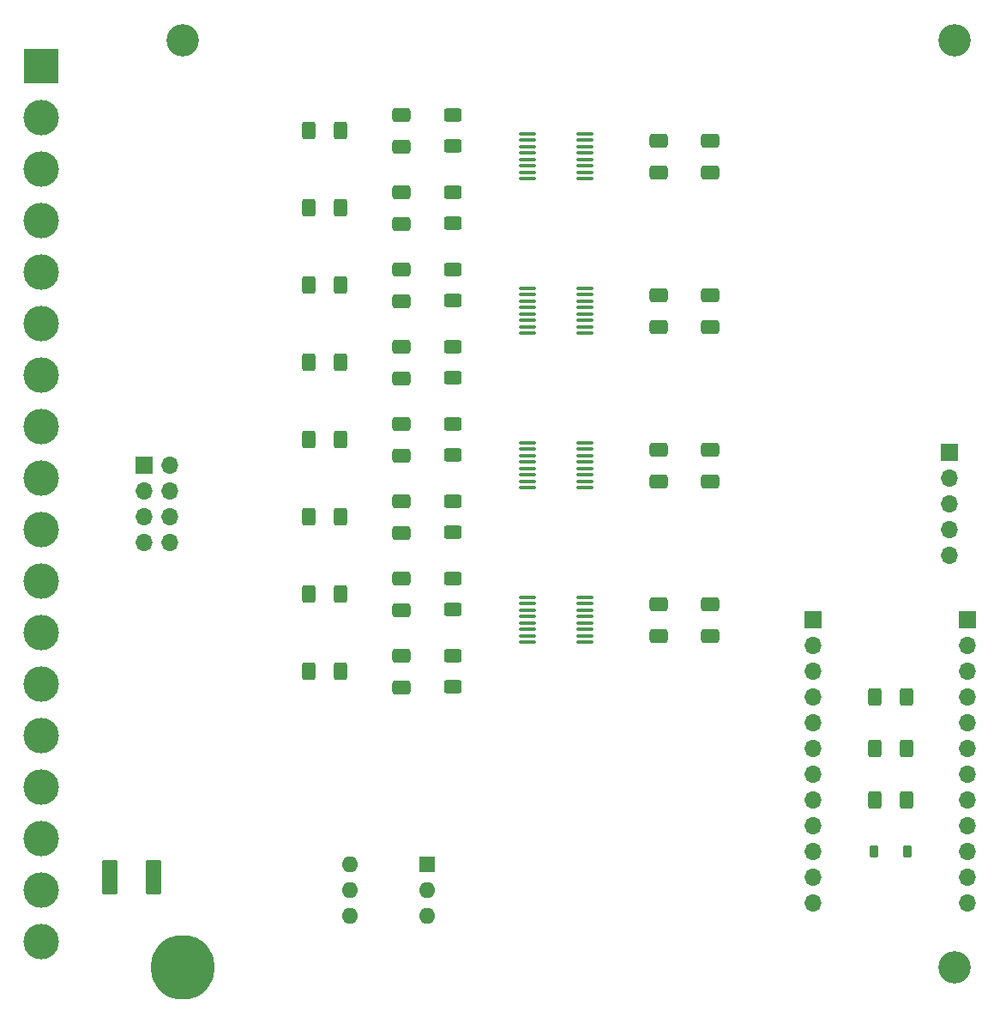
<source format=gbr>
%TF.GenerationSoftware,KiCad,Pcbnew,8.0.4-8.0.4-0~ubuntu22.04.1*%
%TF.CreationDate,2024-08-03T22:10:31+03:00*%
%TF.ProjectId,PM-DI16-DC24sink,504d2d44-4931-4362-9d44-43323473696e,rev?*%
%TF.SameCoordinates,Original*%
%TF.FileFunction,Soldermask,Bot*%
%TF.FilePolarity,Negative*%
%FSLAX46Y46*%
G04 Gerber Fmt 4.6, Leading zero omitted, Abs format (unit mm)*
G04 Created by KiCad (PCBNEW 8.0.4-8.0.4-0~ubuntu22.04.1) date 2024-08-03 22:10:31*
%MOMM*%
%LPD*%
G01*
G04 APERTURE LIST*
G04 Aperture macros list*
%AMRoundRect*
0 Rectangle with rounded corners*
0 $1 Rounding radius*
0 $2 $3 $4 $5 $6 $7 $8 $9 X,Y pos of 4 corners*
0 Add a 4 corners polygon primitive as box body*
4,1,4,$2,$3,$4,$5,$6,$7,$8,$9,$2,$3,0*
0 Add four circle primitives for the rounded corners*
1,1,$1+$1,$2,$3*
1,1,$1+$1,$4,$5*
1,1,$1+$1,$6,$7*
1,1,$1+$1,$8,$9*
0 Add four rect primitives between the rounded corners*
20,1,$1+$1,$2,$3,$4,$5,0*
20,1,$1+$1,$4,$5,$6,$7,0*
20,1,$1+$1,$6,$7,$8,$9,0*
20,1,$1+$1,$8,$9,$2,$3,0*%
G04 Aperture macros list end*
%ADD10R,1.600000X1.600000*%
%ADD11O,1.600000X1.600000*%
%ADD12R,1.700000X1.700000*%
%ADD13O,1.700000X1.700000*%
%ADD14O,6.350000X6.350000*%
%ADD15R,3.500000X3.500000*%
%ADD16C,3.500000*%
%ADD17C,3.200000*%
%ADD18RoundRect,0.250000X0.650000X-0.412500X0.650000X0.412500X-0.650000X0.412500X-0.650000X-0.412500X0*%
%ADD19O,1.649999X0.399999*%
%ADD20RoundRect,0.250000X-0.650000X0.412500X-0.650000X-0.412500X0.650000X-0.412500X0.650000X0.412500X0*%
%ADD21RoundRect,0.250000X-0.625000X0.400000X-0.625000X-0.400000X0.625000X-0.400000X0.625000X0.400000X0*%
%ADD22RoundRect,0.250000X-0.400000X-0.625000X0.400000X-0.625000X0.400000X0.625000X-0.400000X0.625000X0*%
%ADD23RoundRect,0.250000X0.537500X1.450000X-0.537500X1.450000X-0.537500X-1.450000X0.537500X-1.450000X0*%
%ADD24RoundRect,0.250000X0.400000X0.625000X-0.400000X0.625000X-0.400000X-0.625000X0.400000X-0.625000X0*%
%ADD25RoundRect,0.225000X0.225000X0.375000X-0.225000X0.375000X-0.225000X-0.375000X0.225000X-0.375000X0*%
G04 APERTURE END LIST*
D10*
%TO.C,SW1*%
X68580000Y-135890000D03*
D11*
X68580000Y-138430000D03*
X68580000Y-140970000D03*
X60960000Y-140970000D03*
X60960000Y-138430000D03*
X60960000Y-135890000D03*
%TD*%
D12*
%TO.C,J6*%
X40640000Y-96520000D03*
D13*
X43180000Y-96520000D03*
X40640000Y-99060000D03*
X43180000Y-99060000D03*
X40640000Y-101600000D03*
X43180000Y-101600000D03*
X40640000Y-104140000D03*
X43180000Y-104140000D03*
%TD*%
D14*
%TO.C,D2*%
X44450000Y-146050000D03*
%TD*%
D15*
%TO.C,J2*%
X30480000Y-57150000D03*
D16*
X30480000Y-62230000D03*
X30480000Y-67310000D03*
X30480000Y-72390000D03*
X30480000Y-77470000D03*
X30480000Y-82550000D03*
X30480000Y-87630000D03*
X30480000Y-92710000D03*
X30480000Y-97790000D03*
X30480000Y-102870000D03*
X30480000Y-107950000D03*
X30480000Y-113030000D03*
X30480000Y-118110000D03*
X30480000Y-123190000D03*
X30480000Y-128270000D03*
X30480000Y-133350000D03*
X30480000Y-138430000D03*
X30480000Y-143510000D03*
%TD*%
D17*
%TO.C,H1*%
X44450000Y-54610000D03*
%TD*%
%TO.C,H3*%
X120650000Y-146050000D03*
%TD*%
D12*
%TO.C,J3*%
X120085000Y-95250000D03*
D13*
X120085000Y-97790000D03*
X120085000Y-100330000D03*
X120085000Y-102870000D03*
X120085000Y-105410000D03*
%TD*%
D17*
%TO.C,H2*%
X120650000Y-54610000D03*
%TD*%
D18*
%TO.C,C22*%
X96520000Y-82842500D03*
X96520000Y-79717500D03*
%TD*%
D19*
%TO.C,U6*%
X84105001Y-63817500D03*
X84105001Y-64452500D03*
X84105001Y-65087500D03*
X84105001Y-65722500D03*
X84105001Y-66357500D03*
X84105001Y-66992500D03*
X84105001Y-67627500D03*
X84105001Y-68262500D03*
X78455002Y-68262500D03*
X78455002Y-67627500D03*
X78455002Y-66992500D03*
X78455002Y-66357500D03*
X78455002Y-65722500D03*
X78455002Y-65087500D03*
X78455002Y-64452500D03*
X78455002Y-63817500D03*
%TD*%
D20*
%TO.C,C28*%
X66040000Y-92417500D03*
X66040000Y-95542500D03*
%TD*%
%TO.C,C31*%
X66040000Y-115277500D03*
X66040000Y-118402500D03*
%TD*%
D12*
%TO.C,J5*%
X106680000Y-111760000D03*
D13*
X106680000Y-114300000D03*
X106680000Y-116840000D03*
X106680000Y-119380000D03*
X106680000Y-121920000D03*
X106680000Y-124460000D03*
X106680000Y-127000000D03*
X106680000Y-129540000D03*
X106680000Y-132080000D03*
X106680000Y-134620000D03*
X106680000Y-137160000D03*
X106680000Y-139700000D03*
%TD*%
D21*
%TO.C,R25*%
X71120000Y-92430000D03*
X71120000Y-95530000D03*
%TD*%
%TO.C,R17*%
X71120000Y-61950000D03*
X71120000Y-65050000D03*
%TD*%
D19*
%TO.C,U8*%
X84105001Y-94297500D03*
X84105001Y-94932500D03*
X84105001Y-95567500D03*
X84105001Y-96202500D03*
X84105001Y-96837500D03*
X84105001Y-97472500D03*
X84105001Y-98107500D03*
X84105001Y-98742500D03*
X78455002Y-98742500D03*
X78455002Y-98107500D03*
X78455002Y-97472500D03*
X78455002Y-96837500D03*
X78455002Y-96202500D03*
X78455002Y-95567500D03*
X78455002Y-94932500D03*
X78455002Y-94297500D03*
%TD*%
D21*
%TO.C,R22*%
X71120000Y-84810000D03*
X71120000Y-87910000D03*
%TD*%
D22*
%TO.C,R24*%
X56870000Y-86360000D03*
X59970000Y-86360000D03*
%TD*%
D12*
%TO.C,J4*%
X121920000Y-111760000D03*
D13*
X121920000Y-114300000D03*
X121920000Y-116840000D03*
X121920000Y-119380000D03*
X121920000Y-121920000D03*
X121920000Y-124460000D03*
X121920000Y-127000000D03*
X121920000Y-129540000D03*
X121920000Y-132080000D03*
X121920000Y-134620000D03*
X121920000Y-137160000D03*
X121920000Y-139700000D03*
%TD*%
D20*
%TO.C,C23*%
X66040000Y-84797500D03*
X66040000Y-87922500D03*
%TD*%
D22*
%TO.C,R19*%
X56870000Y-63500000D03*
X59970000Y-63500000D03*
%TD*%
D21*
%TO.C,R29*%
X71120000Y-107670000D03*
X71120000Y-110770000D03*
%TD*%
D19*
%TO.C,U9*%
X84105001Y-109537500D03*
X84105001Y-110172500D03*
X84105001Y-110807500D03*
X84105001Y-111442500D03*
X84105001Y-112077500D03*
X84105001Y-112712500D03*
X84105001Y-113347500D03*
X84105001Y-113982500D03*
X78455002Y-113982500D03*
X78455002Y-113347500D03*
X78455002Y-112712500D03*
X78455002Y-112077500D03*
X78455002Y-111442500D03*
X78455002Y-110807500D03*
X78455002Y-110172500D03*
X78455002Y-109537500D03*
%TD*%
D21*
%TO.C,R30*%
X71120000Y-115290000D03*
X71120000Y-118390000D03*
%TD*%
D22*
%TO.C,R28*%
X56870000Y-101600000D03*
X59970000Y-101600000D03*
%TD*%
D18*
%TO.C,C17*%
X91440000Y-67602500D03*
X91440000Y-64477500D03*
%TD*%
%TO.C,C29*%
X91440000Y-113322500D03*
X91440000Y-110197500D03*
%TD*%
D23*
%TO.C,C33*%
X41507500Y-137160000D03*
X37232500Y-137160000D03*
%TD*%
D21*
%TO.C,R18*%
X71120000Y-69570000D03*
X71120000Y-72670000D03*
%TD*%
D18*
%TO.C,C18*%
X96520000Y-67602500D03*
X96520000Y-64477500D03*
%TD*%
D22*
%TO.C,R27*%
X56870000Y-93980000D03*
X59970000Y-93980000D03*
%TD*%
D20*
%TO.C,C24*%
X66040000Y-77177500D03*
X66040000Y-80302500D03*
%TD*%
D24*
%TO.C,R36*%
X115850000Y-129540000D03*
X112750000Y-129540000D03*
%TD*%
D20*
%TO.C,C32*%
X66040000Y-107657500D03*
X66040000Y-110782500D03*
%TD*%
D19*
%TO.C,U7*%
X84105001Y-79057500D03*
X84105001Y-79692500D03*
X84105001Y-80327500D03*
X84105001Y-80962500D03*
X84105001Y-81597500D03*
X84105001Y-82232500D03*
X84105001Y-82867500D03*
X84105001Y-83502500D03*
X78455002Y-83502500D03*
X78455002Y-82867500D03*
X78455002Y-82232500D03*
X78455002Y-81597500D03*
X78455002Y-80962500D03*
X78455002Y-80327500D03*
X78455002Y-79692500D03*
X78455002Y-79057500D03*
%TD*%
D18*
%TO.C,C25*%
X91440000Y-98082500D03*
X91440000Y-94957500D03*
%TD*%
D22*
%TO.C,R31*%
X56870000Y-109220000D03*
X59970000Y-109220000D03*
%TD*%
D20*
%TO.C,C27*%
X66040000Y-100037500D03*
X66040000Y-103162500D03*
%TD*%
D24*
%TO.C,R38*%
X115850000Y-119380000D03*
X112750000Y-119380000D03*
%TD*%
D22*
%TO.C,R20*%
X56870000Y-71120000D03*
X59970000Y-71120000D03*
%TD*%
D18*
%TO.C,C26*%
X96520000Y-98082500D03*
X96520000Y-94957500D03*
%TD*%
%TO.C,C21*%
X91440000Y-82842500D03*
X91440000Y-79717500D03*
%TD*%
D21*
%TO.C,R26*%
X71120000Y-100050000D03*
X71120000Y-103150000D03*
%TD*%
D25*
%TO.C,D1*%
X115950000Y-134620000D03*
X112650000Y-134620000D03*
%TD*%
D21*
%TO.C,R21*%
X71120000Y-77190000D03*
X71120000Y-80290000D03*
%TD*%
D24*
%TO.C,R37*%
X115850000Y-124460000D03*
X112750000Y-124460000D03*
%TD*%
D22*
%TO.C,R23*%
X56870000Y-78740000D03*
X59970000Y-78740000D03*
%TD*%
D18*
%TO.C,C30*%
X96520000Y-113322500D03*
X96520000Y-110197500D03*
%TD*%
D22*
%TO.C,R32*%
X56870000Y-116840000D03*
X59970000Y-116840000D03*
%TD*%
D20*
%TO.C,C19*%
X66040000Y-69557500D03*
X66040000Y-72682500D03*
%TD*%
%TO.C,C20*%
X66040000Y-61937500D03*
X66040000Y-65062500D03*
%TD*%
M02*

</source>
